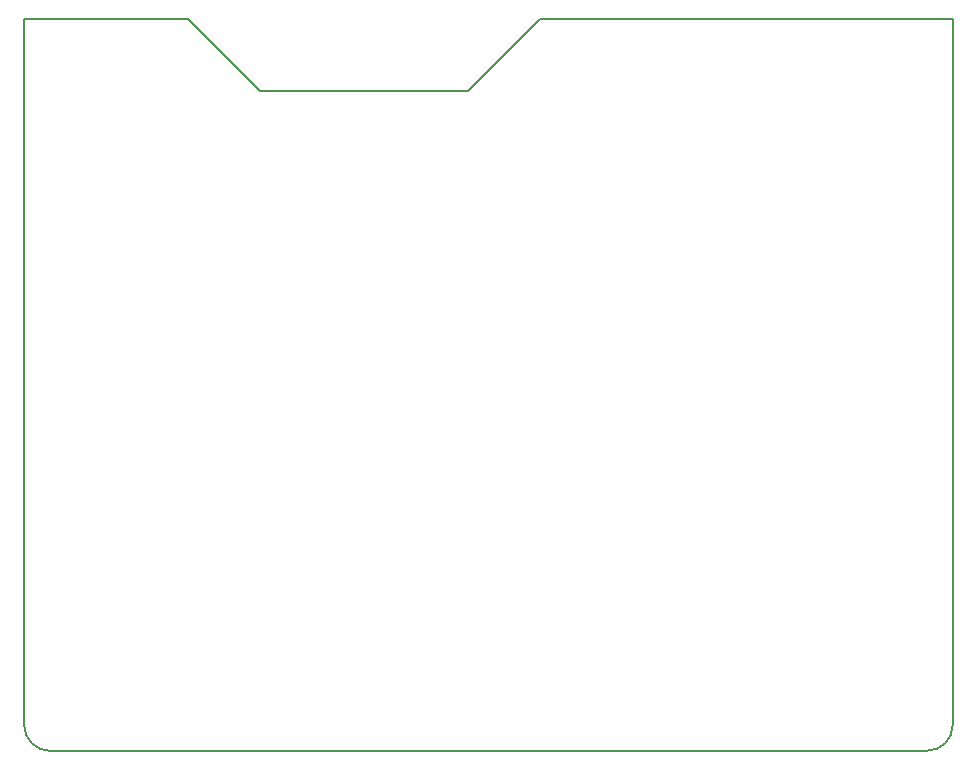
<source format=gbr>
G04 start of page 9 for group 5 layer_idx 2 *
G04 Title: (unknown), global_outline *
G04 Creator: pcb-rnd 2.1.0 *
G04 CreationDate: 2019-02-14 20:47:18 UTC *
G04 For:  *
G04 Format: Gerber/RS-274X *
G04 PCB-Dimensions: 316500 250000 *
G04 PCB-Coordinate-Origin: lower left *
%MOIN*%
%FSLAX25Y25*%
%LNOUTLINE*%
%ADD75C,0.0060*%
G54D75*X3000Y245000D02*Y9500D01*
X57500Y245000D02*X81500Y221000D01*
X151000D02*X81500D01*
X151000D02*X175000Y245000D01*
X312500D02*X175000D01*
X3000D02*X57500D01*
X312500D02*Y9500D01*
X304000Y1000D02*X11500D01*
X312500Y9500D02*G75*G02X304000Y1000I-8500J0D01*G01*
X11500D02*G75*G02X3000Y9500I0J8500D01*G01*
M02*

</source>
